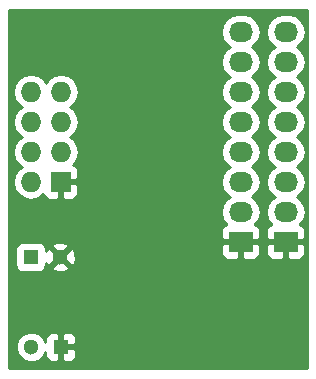
<source format=gtl>
G04 #@! TF.FileFunction,Copper,L1,Top,Signal*
%FSLAX46Y46*%
G04 Gerber Fmt 4.6, Leading zero omitted, Abs format (unit mm)*
G04 Created by KiCad (PCBNEW 4.0.2-stable) date Friday, 27 May 2016 'pmt' 12:53:24*
%MOMM*%
G01*
G04 APERTURE LIST*
%ADD10C,0.100000*%
%ADD11R,1.300000X1.300000*%
%ADD12C,1.300000*%
%ADD13R,1.727200X1.727200*%
%ADD14O,1.727200X1.727200*%
%ADD15R,2.032000X1.727200*%
%ADD16O,2.032000X1.727200*%
%ADD17C,1.000000*%
%ADD18C,0.254000*%
G04 APERTURE END LIST*
D10*
D11*
X158750000Y-123190000D03*
D12*
X156250000Y-123190000D03*
X158710000Y-115570000D03*
D11*
X156210000Y-115570000D03*
D13*
X158750000Y-109220000D03*
D14*
X156210000Y-109220000D03*
X158750000Y-106680000D03*
X156210000Y-106680000D03*
X158750000Y-104140000D03*
X156210000Y-104140000D03*
X158750000Y-101600000D03*
X156210000Y-101600000D03*
D15*
X177800000Y-114300000D03*
D16*
X177800000Y-111760000D03*
X177800000Y-109220000D03*
X177800000Y-106680000D03*
X177800000Y-104140000D03*
X177800000Y-101600000D03*
X177800000Y-99060000D03*
X177800000Y-96520000D03*
D15*
X173990000Y-114300000D03*
D16*
X173990000Y-111760000D03*
X173990000Y-109220000D03*
X173990000Y-106680000D03*
X173990000Y-104140000D03*
X173990000Y-101600000D03*
X173990000Y-99060000D03*
X173990000Y-96520000D03*
D17*
X156210000Y-115570000D02*
X156250000Y-115610000D01*
D18*
G36*
X179630000Y-125020000D02*
X154380000Y-125020000D01*
X154380000Y-123444481D01*
X154964777Y-123444481D01*
X155159995Y-123916943D01*
X155521155Y-124278735D01*
X155993276Y-124474777D01*
X156504481Y-124475223D01*
X156976943Y-124280005D01*
X157338735Y-123918845D01*
X157465000Y-123614765D01*
X157465000Y-123966310D01*
X157561673Y-124199699D01*
X157740302Y-124378327D01*
X157973691Y-124475000D01*
X158464250Y-124475000D01*
X158623000Y-124316250D01*
X158623000Y-123317000D01*
X158877000Y-123317000D01*
X158877000Y-124316250D01*
X159035750Y-124475000D01*
X159526309Y-124475000D01*
X159759698Y-124378327D01*
X159938327Y-124199699D01*
X160035000Y-123966310D01*
X160035000Y-123475750D01*
X159876250Y-123317000D01*
X158877000Y-123317000D01*
X158623000Y-123317000D01*
X158603000Y-123317000D01*
X158603000Y-123063000D01*
X158623000Y-123063000D01*
X158623000Y-122063750D01*
X158877000Y-122063750D01*
X158877000Y-123063000D01*
X159876250Y-123063000D01*
X160035000Y-122904250D01*
X160035000Y-122413690D01*
X159938327Y-122180301D01*
X159759698Y-122001673D01*
X159526309Y-121905000D01*
X159035750Y-121905000D01*
X158877000Y-122063750D01*
X158623000Y-122063750D01*
X158464250Y-121905000D01*
X157973691Y-121905000D01*
X157740302Y-122001673D01*
X157561673Y-122180301D01*
X157465000Y-122413690D01*
X157465000Y-122765567D01*
X157340005Y-122463057D01*
X156978845Y-122101265D01*
X156506724Y-121905223D01*
X155995519Y-121904777D01*
X155523057Y-122099995D01*
X155161265Y-122461155D01*
X154965223Y-122933276D01*
X154964777Y-123444481D01*
X154380000Y-123444481D01*
X154380000Y-114920000D01*
X154912560Y-114920000D01*
X154912560Y-116220000D01*
X154956838Y-116455317D01*
X155095910Y-116671441D01*
X155308110Y-116816431D01*
X155560000Y-116867440D01*
X156860000Y-116867440D01*
X157095317Y-116823162D01*
X157311441Y-116684090D01*
X157456431Y-116471890D01*
X157457012Y-116469016D01*
X157990590Y-116469016D01*
X158046271Y-116699611D01*
X158529078Y-116867622D01*
X159039428Y-116838083D01*
X159373729Y-116699611D01*
X159429410Y-116469016D01*
X158710000Y-115749605D01*
X157990590Y-116469016D01*
X157457012Y-116469016D01*
X157507440Y-116220000D01*
X157507440Y-116057615D01*
X157580389Y-116233729D01*
X157810984Y-116289410D01*
X158530395Y-115570000D01*
X158889605Y-115570000D01*
X159609016Y-116289410D01*
X159839611Y-116233729D01*
X160007622Y-115750922D01*
X159978083Y-115240572D01*
X159839611Y-114906271D01*
X159609016Y-114850590D01*
X158889605Y-115570000D01*
X158530395Y-115570000D01*
X157810984Y-114850590D01*
X157580389Y-114906271D01*
X157507440Y-115115902D01*
X157507440Y-114920000D01*
X157463162Y-114684683D01*
X157454347Y-114670984D01*
X157990590Y-114670984D01*
X158710000Y-115390395D01*
X159429410Y-114670984D01*
X159408829Y-114585750D01*
X172339000Y-114585750D01*
X172339000Y-115289910D01*
X172435673Y-115523299D01*
X172614302Y-115701927D01*
X172847691Y-115798600D01*
X173704250Y-115798600D01*
X173863000Y-115639850D01*
X173863000Y-114427000D01*
X174117000Y-114427000D01*
X174117000Y-115639850D01*
X174275750Y-115798600D01*
X175132309Y-115798600D01*
X175365698Y-115701927D01*
X175544327Y-115523299D01*
X175641000Y-115289910D01*
X175641000Y-114585750D01*
X176149000Y-114585750D01*
X176149000Y-115289910D01*
X176245673Y-115523299D01*
X176424302Y-115701927D01*
X176657691Y-115798600D01*
X177514250Y-115798600D01*
X177673000Y-115639850D01*
X177673000Y-114427000D01*
X177927000Y-114427000D01*
X177927000Y-115639850D01*
X178085750Y-115798600D01*
X178942309Y-115798600D01*
X179175698Y-115701927D01*
X179354327Y-115523299D01*
X179451000Y-115289910D01*
X179451000Y-114585750D01*
X179292250Y-114427000D01*
X177927000Y-114427000D01*
X177673000Y-114427000D01*
X176307750Y-114427000D01*
X176149000Y-114585750D01*
X175641000Y-114585750D01*
X175482250Y-114427000D01*
X174117000Y-114427000D01*
X173863000Y-114427000D01*
X172497750Y-114427000D01*
X172339000Y-114585750D01*
X159408829Y-114585750D01*
X159373729Y-114440389D01*
X158890922Y-114272378D01*
X158380572Y-114301917D01*
X158046271Y-114440389D01*
X157990590Y-114670984D01*
X157454347Y-114670984D01*
X157324090Y-114468559D01*
X157111890Y-114323569D01*
X156860000Y-114272560D01*
X155560000Y-114272560D01*
X155324683Y-114316838D01*
X155108559Y-114455910D01*
X154963569Y-114668110D01*
X154912560Y-114920000D01*
X154380000Y-114920000D01*
X154380000Y-101600000D01*
X154682041Y-101600000D01*
X154796115Y-102173489D01*
X155120971Y-102659670D01*
X155435752Y-102870000D01*
X155120971Y-103080330D01*
X154796115Y-103566511D01*
X154682041Y-104140000D01*
X154796115Y-104713489D01*
X155120971Y-105199670D01*
X155435752Y-105410000D01*
X155120971Y-105620330D01*
X154796115Y-106106511D01*
X154682041Y-106680000D01*
X154796115Y-107253489D01*
X155120971Y-107739670D01*
X155435752Y-107950000D01*
X155120971Y-108160330D01*
X154796115Y-108646511D01*
X154682041Y-109220000D01*
X154796115Y-109793489D01*
X155120971Y-110279670D01*
X155607152Y-110604526D01*
X156180641Y-110718600D01*
X156239359Y-110718600D01*
X156812848Y-110604526D01*
X157284356Y-110289474D01*
X157348073Y-110443299D01*
X157526702Y-110621927D01*
X157760091Y-110718600D01*
X158464250Y-110718600D01*
X158623000Y-110559850D01*
X158623000Y-109347000D01*
X158877000Y-109347000D01*
X158877000Y-110559850D01*
X159035750Y-110718600D01*
X159739909Y-110718600D01*
X159973298Y-110621927D01*
X160151927Y-110443299D01*
X160248600Y-110209910D01*
X160248600Y-109505750D01*
X160089850Y-109347000D01*
X158877000Y-109347000D01*
X158623000Y-109347000D01*
X158603000Y-109347000D01*
X158603000Y-109093000D01*
X158623000Y-109093000D01*
X158623000Y-109073000D01*
X158877000Y-109073000D01*
X158877000Y-109093000D01*
X160089850Y-109093000D01*
X160248600Y-108934250D01*
X160248600Y-108230090D01*
X160151927Y-107996701D01*
X159973298Y-107818073D01*
X159817977Y-107753737D01*
X159839029Y-107739670D01*
X160163885Y-107253489D01*
X160277959Y-106680000D01*
X160163885Y-106106511D01*
X159839029Y-105620330D01*
X159524248Y-105410000D01*
X159839029Y-105199670D01*
X160163885Y-104713489D01*
X160277959Y-104140000D01*
X160163885Y-103566511D01*
X159839029Y-103080330D01*
X159524248Y-102870000D01*
X159839029Y-102659670D01*
X160163885Y-102173489D01*
X160277959Y-101600000D01*
X160163885Y-101026511D01*
X159839029Y-100540330D01*
X159352848Y-100215474D01*
X158779359Y-100101400D01*
X158720641Y-100101400D01*
X158147152Y-100215474D01*
X157660971Y-100540330D01*
X157480000Y-100811172D01*
X157299029Y-100540330D01*
X156812848Y-100215474D01*
X156239359Y-100101400D01*
X156180641Y-100101400D01*
X155607152Y-100215474D01*
X155120971Y-100540330D01*
X154796115Y-101026511D01*
X154682041Y-101600000D01*
X154380000Y-101600000D01*
X154380000Y-96520000D01*
X172306655Y-96520000D01*
X172420729Y-97093489D01*
X172745585Y-97579670D01*
X173060366Y-97790000D01*
X172745585Y-98000330D01*
X172420729Y-98486511D01*
X172306655Y-99060000D01*
X172420729Y-99633489D01*
X172745585Y-100119670D01*
X173060366Y-100330000D01*
X172745585Y-100540330D01*
X172420729Y-101026511D01*
X172306655Y-101600000D01*
X172420729Y-102173489D01*
X172745585Y-102659670D01*
X173060366Y-102870000D01*
X172745585Y-103080330D01*
X172420729Y-103566511D01*
X172306655Y-104140000D01*
X172420729Y-104713489D01*
X172745585Y-105199670D01*
X173060366Y-105410000D01*
X172745585Y-105620330D01*
X172420729Y-106106511D01*
X172306655Y-106680000D01*
X172420729Y-107253489D01*
X172745585Y-107739670D01*
X173060366Y-107950000D01*
X172745585Y-108160330D01*
X172420729Y-108646511D01*
X172306655Y-109220000D01*
X172420729Y-109793489D01*
X172745585Y-110279670D01*
X173060366Y-110490000D01*
X172745585Y-110700330D01*
X172420729Y-111186511D01*
X172306655Y-111760000D01*
X172420729Y-112333489D01*
X172745585Y-112819670D01*
X172767780Y-112834500D01*
X172614302Y-112898073D01*
X172435673Y-113076701D01*
X172339000Y-113310090D01*
X172339000Y-114014250D01*
X172497750Y-114173000D01*
X173863000Y-114173000D01*
X173863000Y-114153000D01*
X174117000Y-114153000D01*
X174117000Y-114173000D01*
X175482250Y-114173000D01*
X175641000Y-114014250D01*
X175641000Y-113310090D01*
X175544327Y-113076701D01*
X175365698Y-112898073D01*
X175212220Y-112834500D01*
X175234415Y-112819670D01*
X175559271Y-112333489D01*
X175673345Y-111760000D01*
X175559271Y-111186511D01*
X175234415Y-110700330D01*
X174919634Y-110490000D01*
X175234415Y-110279670D01*
X175559271Y-109793489D01*
X175673345Y-109220000D01*
X175559271Y-108646511D01*
X175234415Y-108160330D01*
X174919634Y-107950000D01*
X175234415Y-107739670D01*
X175559271Y-107253489D01*
X175673345Y-106680000D01*
X175559271Y-106106511D01*
X175234415Y-105620330D01*
X174919634Y-105410000D01*
X175234415Y-105199670D01*
X175559271Y-104713489D01*
X175673345Y-104140000D01*
X175559271Y-103566511D01*
X175234415Y-103080330D01*
X174919634Y-102870000D01*
X175234415Y-102659670D01*
X175559271Y-102173489D01*
X175673345Y-101600000D01*
X175559271Y-101026511D01*
X175234415Y-100540330D01*
X174919634Y-100330000D01*
X175234415Y-100119670D01*
X175559271Y-99633489D01*
X175673345Y-99060000D01*
X175559271Y-98486511D01*
X175234415Y-98000330D01*
X174919634Y-97790000D01*
X175234415Y-97579670D01*
X175559271Y-97093489D01*
X175673345Y-96520000D01*
X176116655Y-96520000D01*
X176230729Y-97093489D01*
X176555585Y-97579670D01*
X176870366Y-97790000D01*
X176555585Y-98000330D01*
X176230729Y-98486511D01*
X176116655Y-99060000D01*
X176230729Y-99633489D01*
X176555585Y-100119670D01*
X176870366Y-100330000D01*
X176555585Y-100540330D01*
X176230729Y-101026511D01*
X176116655Y-101600000D01*
X176230729Y-102173489D01*
X176555585Y-102659670D01*
X176870366Y-102870000D01*
X176555585Y-103080330D01*
X176230729Y-103566511D01*
X176116655Y-104140000D01*
X176230729Y-104713489D01*
X176555585Y-105199670D01*
X176870366Y-105410000D01*
X176555585Y-105620330D01*
X176230729Y-106106511D01*
X176116655Y-106680000D01*
X176230729Y-107253489D01*
X176555585Y-107739670D01*
X176870366Y-107950000D01*
X176555585Y-108160330D01*
X176230729Y-108646511D01*
X176116655Y-109220000D01*
X176230729Y-109793489D01*
X176555585Y-110279670D01*
X176870366Y-110490000D01*
X176555585Y-110700330D01*
X176230729Y-111186511D01*
X176116655Y-111760000D01*
X176230729Y-112333489D01*
X176555585Y-112819670D01*
X176577780Y-112834500D01*
X176424302Y-112898073D01*
X176245673Y-113076701D01*
X176149000Y-113310090D01*
X176149000Y-114014250D01*
X176307750Y-114173000D01*
X177673000Y-114173000D01*
X177673000Y-114153000D01*
X177927000Y-114153000D01*
X177927000Y-114173000D01*
X179292250Y-114173000D01*
X179451000Y-114014250D01*
X179451000Y-113310090D01*
X179354327Y-113076701D01*
X179175698Y-112898073D01*
X179022220Y-112834500D01*
X179044415Y-112819670D01*
X179369271Y-112333489D01*
X179483345Y-111760000D01*
X179369271Y-111186511D01*
X179044415Y-110700330D01*
X178729634Y-110490000D01*
X179044415Y-110279670D01*
X179369271Y-109793489D01*
X179483345Y-109220000D01*
X179369271Y-108646511D01*
X179044415Y-108160330D01*
X178729634Y-107950000D01*
X179044415Y-107739670D01*
X179369271Y-107253489D01*
X179483345Y-106680000D01*
X179369271Y-106106511D01*
X179044415Y-105620330D01*
X178729634Y-105410000D01*
X179044415Y-105199670D01*
X179369271Y-104713489D01*
X179483345Y-104140000D01*
X179369271Y-103566511D01*
X179044415Y-103080330D01*
X178729634Y-102870000D01*
X179044415Y-102659670D01*
X179369271Y-102173489D01*
X179483345Y-101600000D01*
X179369271Y-101026511D01*
X179044415Y-100540330D01*
X178729634Y-100330000D01*
X179044415Y-100119670D01*
X179369271Y-99633489D01*
X179483345Y-99060000D01*
X179369271Y-98486511D01*
X179044415Y-98000330D01*
X178729634Y-97790000D01*
X179044415Y-97579670D01*
X179369271Y-97093489D01*
X179483345Y-96520000D01*
X179369271Y-95946511D01*
X179044415Y-95460330D01*
X178558234Y-95135474D01*
X177984745Y-95021400D01*
X177615255Y-95021400D01*
X177041766Y-95135474D01*
X176555585Y-95460330D01*
X176230729Y-95946511D01*
X176116655Y-96520000D01*
X175673345Y-96520000D01*
X175559271Y-95946511D01*
X175234415Y-95460330D01*
X174748234Y-95135474D01*
X174174745Y-95021400D01*
X173805255Y-95021400D01*
X173231766Y-95135474D01*
X172745585Y-95460330D01*
X172420729Y-95946511D01*
X172306655Y-96520000D01*
X154380000Y-96520000D01*
X154380000Y-94690000D01*
X179630000Y-94690000D01*
X179630000Y-125020000D01*
X179630000Y-125020000D01*
G37*
X179630000Y-125020000D02*
X154380000Y-125020000D01*
X154380000Y-123444481D01*
X154964777Y-123444481D01*
X155159995Y-123916943D01*
X155521155Y-124278735D01*
X155993276Y-124474777D01*
X156504481Y-124475223D01*
X156976943Y-124280005D01*
X157338735Y-123918845D01*
X157465000Y-123614765D01*
X157465000Y-123966310D01*
X157561673Y-124199699D01*
X157740302Y-124378327D01*
X157973691Y-124475000D01*
X158464250Y-124475000D01*
X158623000Y-124316250D01*
X158623000Y-123317000D01*
X158877000Y-123317000D01*
X158877000Y-124316250D01*
X159035750Y-124475000D01*
X159526309Y-124475000D01*
X159759698Y-124378327D01*
X159938327Y-124199699D01*
X160035000Y-123966310D01*
X160035000Y-123475750D01*
X159876250Y-123317000D01*
X158877000Y-123317000D01*
X158623000Y-123317000D01*
X158603000Y-123317000D01*
X158603000Y-123063000D01*
X158623000Y-123063000D01*
X158623000Y-122063750D01*
X158877000Y-122063750D01*
X158877000Y-123063000D01*
X159876250Y-123063000D01*
X160035000Y-122904250D01*
X160035000Y-122413690D01*
X159938327Y-122180301D01*
X159759698Y-122001673D01*
X159526309Y-121905000D01*
X159035750Y-121905000D01*
X158877000Y-122063750D01*
X158623000Y-122063750D01*
X158464250Y-121905000D01*
X157973691Y-121905000D01*
X157740302Y-122001673D01*
X157561673Y-122180301D01*
X157465000Y-122413690D01*
X157465000Y-122765567D01*
X157340005Y-122463057D01*
X156978845Y-122101265D01*
X156506724Y-121905223D01*
X155995519Y-121904777D01*
X155523057Y-122099995D01*
X155161265Y-122461155D01*
X154965223Y-122933276D01*
X154964777Y-123444481D01*
X154380000Y-123444481D01*
X154380000Y-114920000D01*
X154912560Y-114920000D01*
X154912560Y-116220000D01*
X154956838Y-116455317D01*
X155095910Y-116671441D01*
X155308110Y-116816431D01*
X155560000Y-116867440D01*
X156860000Y-116867440D01*
X157095317Y-116823162D01*
X157311441Y-116684090D01*
X157456431Y-116471890D01*
X157457012Y-116469016D01*
X157990590Y-116469016D01*
X158046271Y-116699611D01*
X158529078Y-116867622D01*
X159039428Y-116838083D01*
X159373729Y-116699611D01*
X159429410Y-116469016D01*
X158710000Y-115749605D01*
X157990590Y-116469016D01*
X157457012Y-116469016D01*
X157507440Y-116220000D01*
X157507440Y-116057615D01*
X157580389Y-116233729D01*
X157810984Y-116289410D01*
X158530395Y-115570000D01*
X158889605Y-115570000D01*
X159609016Y-116289410D01*
X159839611Y-116233729D01*
X160007622Y-115750922D01*
X159978083Y-115240572D01*
X159839611Y-114906271D01*
X159609016Y-114850590D01*
X158889605Y-115570000D01*
X158530395Y-115570000D01*
X157810984Y-114850590D01*
X157580389Y-114906271D01*
X157507440Y-115115902D01*
X157507440Y-114920000D01*
X157463162Y-114684683D01*
X157454347Y-114670984D01*
X157990590Y-114670984D01*
X158710000Y-115390395D01*
X159429410Y-114670984D01*
X159408829Y-114585750D01*
X172339000Y-114585750D01*
X172339000Y-115289910D01*
X172435673Y-115523299D01*
X172614302Y-115701927D01*
X172847691Y-115798600D01*
X173704250Y-115798600D01*
X173863000Y-115639850D01*
X173863000Y-114427000D01*
X174117000Y-114427000D01*
X174117000Y-115639850D01*
X174275750Y-115798600D01*
X175132309Y-115798600D01*
X175365698Y-115701927D01*
X175544327Y-115523299D01*
X175641000Y-115289910D01*
X175641000Y-114585750D01*
X176149000Y-114585750D01*
X176149000Y-115289910D01*
X176245673Y-115523299D01*
X176424302Y-115701927D01*
X176657691Y-115798600D01*
X177514250Y-115798600D01*
X177673000Y-115639850D01*
X177673000Y-114427000D01*
X177927000Y-114427000D01*
X177927000Y-115639850D01*
X178085750Y-115798600D01*
X178942309Y-115798600D01*
X179175698Y-115701927D01*
X179354327Y-115523299D01*
X179451000Y-115289910D01*
X179451000Y-114585750D01*
X179292250Y-114427000D01*
X177927000Y-114427000D01*
X177673000Y-114427000D01*
X176307750Y-114427000D01*
X176149000Y-114585750D01*
X175641000Y-114585750D01*
X175482250Y-114427000D01*
X174117000Y-114427000D01*
X173863000Y-114427000D01*
X172497750Y-114427000D01*
X172339000Y-114585750D01*
X159408829Y-114585750D01*
X159373729Y-114440389D01*
X158890922Y-114272378D01*
X158380572Y-114301917D01*
X158046271Y-114440389D01*
X157990590Y-114670984D01*
X157454347Y-114670984D01*
X157324090Y-114468559D01*
X157111890Y-114323569D01*
X156860000Y-114272560D01*
X155560000Y-114272560D01*
X155324683Y-114316838D01*
X155108559Y-114455910D01*
X154963569Y-114668110D01*
X154912560Y-114920000D01*
X154380000Y-114920000D01*
X154380000Y-101600000D01*
X154682041Y-101600000D01*
X154796115Y-102173489D01*
X155120971Y-102659670D01*
X155435752Y-102870000D01*
X155120971Y-103080330D01*
X154796115Y-103566511D01*
X154682041Y-104140000D01*
X154796115Y-104713489D01*
X155120971Y-105199670D01*
X155435752Y-105410000D01*
X155120971Y-105620330D01*
X154796115Y-106106511D01*
X154682041Y-106680000D01*
X154796115Y-107253489D01*
X155120971Y-107739670D01*
X155435752Y-107950000D01*
X155120971Y-108160330D01*
X154796115Y-108646511D01*
X154682041Y-109220000D01*
X154796115Y-109793489D01*
X155120971Y-110279670D01*
X155607152Y-110604526D01*
X156180641Y-110718600D01*
X156239359Y-110718600D01*
X156812848Y-110604526D01*
X157284356Y-110289474D01*
X157348073Y-110443299D01*
X157526702Y-110621927D01*
X157760091Y-110718600D01*
X158464250Y-110718600D01*
X158623000Y-110559850D01*
X158623000Y-109347000D01*
X158877000Y-109347000D01*
X158877000Y-110559850D01*
X159035750Y-110718600D01*
X159739909Y-110718600D01*
X159973298Y-110621927D01*
X160151927Y-110443299D01*
X160248600Y-110209910D01*
X160248600Y-109505750D01*
X160089850Y-109347000D01*
X158877000Y-109347000D01*
X158623000Y-109347000D01*
X158603000Y-109347000D01*
X158603000Y-109093000D01*
X158623000Y-109093000D01*
X158623000Y-109073000D01*
X158877000Y-109073000D01*
X158877000Y-109093000D01*
X160089850Y-109093000D01*
X160248600Y-108934250D01*
X160248600Y-108230090D01*
X160151927Y-107996701D01*
X159973298Y-107818073D01*
X159817977Y-107753737D01*
X159839029Y-107739670D01*
X160163885Y-107253489D01*
X160277959Y-106680000D01*
X160163885Y-106106511D01*
X159839029Y-105620330D01*
X159524248Y-105410000D01*
X159839029Y-105199670D01*
X160163885Y-104713489D01*
X160277959Y-104140000D01*
X160163885Y-103566511D01*
X159839029Y-103080330D01*
X159524248Y-102870000D01*
X159839029Y-102659670D01*
X160163885Y-102173489D01*
X160277959Y-101600000D01*
X160163885Y-101026511D01*
X159839029Y-100540330D01*
X159352848Y-100215474D01*
X158779359Y-100101400D01*
X158720641Y-100101400D01*
X158147152Y-100215474D01*
X157660971Y-100540330D01*
X157480000Y-100811172D01*
X157299029Y-100540330D01*
X156812848Y-100215474D01*
X156239359Y-100101400D01*
X156180641Y-100101400D01*
X155607152Y-100215474D01*
X155120971Y-100540330D01*
X154796115Y-101026511D01*
X154682041Y-101600000D01*
X154380000Y-101600000D01*
X154380000Y-96520000D01*
X172306655Y-96520000D01*
X172420729Y-97093489D01*
X172745585Y-97579670D01*
X173060366Y-97790000D01*
X172745585Y-98000330D01*
X172420729Y-98486511D01*
X172306655Y-99060000D01*
X172420729Y-99633489D01*
X172745585Y-100119670D01*
X173060366Y-100330000D01*
X172745585Y-100540330D01*
X172420729Y-101026511D01*
X172306655Y-101600000D01*
X172420729Y-102173489D01*
X172745585Y-102659670D01*
X173060366Y-102870000D01*
X172745585Y-103080330D01*
X172420729Y-103566511D01*
X172306655Y-104140000D01*
X172420729Y-104713489D01*
X172745585Y-105199670D01*
X173060366Y-105410000D01*
X172745585Y-105620330D01*
X172420729Y-106106511D01*
X172306655Y-106680000D01*
X172420729Y-107253489D01*
X172745585Y-107739670D01*
X173060366Y-107950000D01*
X172745585Y-108160330D01*
X172420729Y-108646511D01*
X172306655Y-109220000D01*
X172420729Y-109793489D01*
X172745585Y-110279670D01*
X173060366Y-110490000D01*
X172745585Y-110700330D01*
X172420729Y-111186511D01*
X172306655Y-111760000D01*
X172420729Y-112333489D01*
X172745585Y-112819670D01*
X172767780Y-112834500D01*
X172614302Y-112898073D01*
X172435673Y-113076701D01*
X172339000Y-113310090D01*
X172339000Y-114014250D01*
X172497750Y-114173000D01*
X173863000Y-114173000D01*
X173863000Y-114153000D01*
X174117000Y-114153000D01*
X174117000Y-114173000D01*
X175482250Y-114173000D01*
X175641000Y-114014250D01*
X175641000Y-113310090D01*
X175544327Y-113076701D01*
X175365698Y-112898073D01*
X175212220Y-112834500D01*
X175234415Y-112819670D01*
X175559271Y-112333489D01*
X175673345Y-111760000D01*
X175559271Y-111186511D01*
X175234415Y-110700330D01*
X174919634Y-110490000D01*
X175234415Y-110279670D01*
X175559271Y-109793489D01*
X175673345Y-109220000D01*
X175559271Y-108646511D01*
X175234415Y-108160330D01*
X174919634Y-107950000D01*
X175234415Y-107739670D01*
X175559271Y-107253489D01*
X175673345Y-106680000D01*
X175559271Y-106106511D01*
X175234415Y-105620330D01*
X174919634Y-105410000D01*
X175234415Y-105199670D01*
X175559271Y-104713489D01*
X175673345Y-104140000D01*
X175559271Y-103566511D01*
X175234415Y-103080330D01*
X174919634Y-102870000D01*
X175234415Y-102659670D01*
X175559271Y-102173489D01*
X175673345Y-101600000D01*
X175559271Y-101026511D01*
X175234415Y-100540330D01*
X174919634Y-100330000D01*
X175234415Y-100119670D01*
X175559271Y-99633489D01*
X175673345Y-99060000D01*
X175559271Y-98486511D01*
X175234415Y-98000330D01*
X174919634Y-97790000D01*
X175234415Y-97579670D01*
X175559271Y-97093489D01*
X175673345Y-96520000D01*
X176116655Y-96520000D01*
X176230729Y-97093489D01*
X176555585Y-97579670D01*
X176870366Y-97790000D01*
X176555585Y-98000330D01*
X176230729Y-98486511D01*
X176116655Y-99060000D01*
X176230729Y-99633489D01*
X176555585Y-100119670D01*
X176870366Y-100330000D01*
X176555585Y-100540330D01*
X176230729Y-101026511D01*
X176116655Y-101600000D01*
X176230729Y-102173489D01*
X176555585Y-102659670D01*
X176870366Y-102870000D01*
X176555585Y-103080330D01*
X176230729Y-103566511D01*
X176116655Y-104140000D01*
X176230729Y-104713489D01*
X176555585Y-105199670D01*
X176870366Y-105410000D01*
X176555585Y-105620330D01*
X176230729Y-106106511D01*
X176116655Y-106680000D01*
X176230729Y-107253489D01*
X176555585Y-107739670D01*
X176870366Y-107950000D01*
X176555585Y-108160330D01*
X176230729Y-108646511D01*
X176116655Y-109220000D01*
X176230729Y-109793489D01*
X176555585Y-110279670D01*
X176870366Y-110490000D01*
X176555585Y-110700330D01*
X176230729Y-111186511D01*
X176116655Y-111760000D01*
X176230729Y-112333489D01*
X176555585Y-112819670D01*
X176577780Y-112834500D01*
X176424302Y-112898073D01*
X176245673Y-113076701D01*
X176149000Y-113310090D01*
X176149000Y-114014250D01*
X176307750Y-114173000D01*
X177673000Y-114173000D01*
X177673000Y-114153000D01*
X177927000Y-114153000D01*
X177927000Y-114173000D01*
X179292250Y-114173000D01*
X179451000Y-114014250D01*
X179451000Y-113310090D01*
X179354327Y-113076701D01*
X179175698Y-112898073D01*
X179022220Y-112834500D01*
X179044415Y-112819670D01*
X179369271Y-112333489D01*
X179483345Y-111760000D01*
X179369271Y-111186511D01*
X179044415Y-110700330D01*
X178729634Y-110490000D01*
X179044415Y-110279670D01*
X179369271Y-109793489D01*
X179483345Y-109220000D01*
X179369271Y-108646511D01*
X179044415Y-108160330D01*
X178729634Y-107950000D01*
X179044415Y-107739670D01*
X179369271Y-107253489D01*
X179483345Y-106680000D01*
X179369271Y-106106511D01*
X179044415Y-105620330D01*
X178729634Y-105410000D01*
X179044415Y-105199670D01*
X179369271Y-104713489D01*
X179483345Y-104140000D01*
X179369271Y-103566511D01*
X179044415Y-103080330D01*
X178729634Y-102870000D01*
X179044415Y-102659670D01*
X179369271Y-102173489D01*
X179483345Y-101600000D01*
X179369271Y-101026511D01*
X179044415Y-100540330D01*
X178729634Y-100330000D01*
X179044415Y-100119670D01*
X179369271Y-99633489D01*
X179483345Y-99060000D01*
X179369271Y-98486511D01*
X179044415Y-98000330D01*
X178729634Y-97790000D01*
X179044415Y-97579670D01*
X179369271Y-97093489D01*
X179483345Y-96520000D01*
X179369271Y-95946511D01*
X179044415Y-95460330D01*
X178558234Y-95135474D01*
X177984745Y-95021400D01*
X177615255Y-95021400D01*
X177041766Y-95135474D01*
X176555585Y-95460330D01*
X176230729Y-95946511D01*
X176116655Y-96520000D01*
X175673345Y-96520000D01*
X175559271Y-95946511D01*
X175234415Y-95460330D01*
X174748234Y-95135474D01*
X174174745Y-95021400D01*
X173805255Y-95021400D01*
X173231766Y-95135474D01*
X172745585Y-95460330D01*
X172420729Y-95946511D01*
X172306655Y-96520000D01*
X154380000Y-96520000D01*
X154380000Y-94690000D01*
X179630000Y-94690000D01*
X179630000Y-125020000D01*
M02*

</source>
